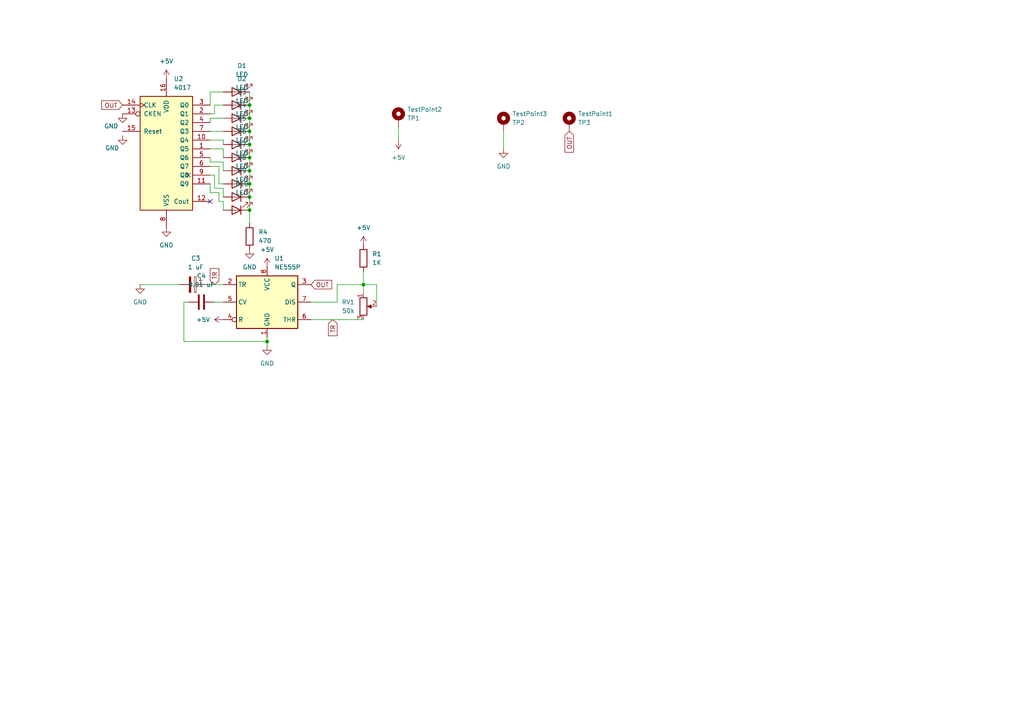
<source format=kicad_sch>
(kicad_sch (version 20250114) (generator "eeschema") (generator_version "9.0")
  (paper "A4")
  (lib_symbols
    (symbol "4xxx:4017" (pin_names (offset 1.016))
      (property "Reference" "U" (at -7.62 16.51 0))
      (property "Value" "4017" (at -7.62 -19.05 0))
      (symbol "4017_1_0"
        (pin input clock (at -12.7 12.7 0) (length 5.08) (name "CLK") (number "14"))
        (pin input inverted (at -12.7 10.16 0) (length 5.08) (name "CKEN") (number "13"))
        (pin input line (at -12.7 5.08 0) (length 5.08) (name "Reset") (number "15"))
        (pin power_in line (at 0 20.32 270) (length 5.08) (name "VDD") (number "16"))
        (pin power_in line (at 0 -22.86 90) (length 5.08) (name "VSS") (number "8"))
        (pin output line (at 12.7 12.7 180) (length 5.08) (name "Q0") (number "3"))
        (pin output line (at 12.7 10.16 180) (length 5.08) (name "Q1") (number "2"))
        (pin output line (at 12.7 7.62 180) (length 5.08) (name "Q2") (number "4"))
        (pin output line (at 12.7 5.08 180) (length 5.08) (name "Q3") (number "7"))
        (pin output line (at 12.7 2.54 180) (length 5.08) (name "Q4") (number "10"))
        (pin output line (at 12.7 0 180) (length 5.08) (name "Q5") (number "1"))
        (pin output line (at 12.7 -2.54 180) (length 5.08) (name "Q6") (number "5"))
        (pin output line (at 12.7 -5.08 180) (length 5.08) (name "Q7") (number "6"))
        (pin output line (at 12.7 -7.62 180) (length 5.08) (name "Q8") (number "9"))
        (pin output line (at 12.7 -10.16 180) (length 5.08) (name "Q9") (number "11"))
        (pin output line (at 12.7 -15.24 180) (length 5.08) (name "Cout") (number "12"))
      )
      (symbol "4017_1_1"
        (rectangle (start -7.62 15.24) (end 7.62 -17.78) (stroke (width 0.254)) (fill (type background)))
      )
    )
    (symbol "Device:C" (pin_numbers (hide yes)) (pin_names (offset 0.254))
      (property "Reference" "C" (at 0.635 2.54 0))
      (property "Value" "C" (at 0.635 -2.54 0))
      (symbol "C_0_1"
        (polyline (pts (xy -2.032 0.762) (xy 2.032 0.762)) (stroke (width 0.508)))
        (polyline (pts (xy -2.032 -0.762) (xy 2.032 -0.762)) (stroke (width 0.508)))
      )
      (symbol "C_1_1"
        (pin passive line (at 0 3.81 270) (length 2.794) (name "~") (number "1"))
        (pin passive line (at 0 -3.81 90) (length 2.794) (name "~") (number "2"))
      )
    )
    (symbol "Device:C_Polarized" (pin_numbers (hide yes)) (pin_names (offset 0.254))
      (property "Reference" "C" (at 0.635 2.54 0))
      (property "Value" "C_Polarized" (at 0.635 -2.54 0))
      (symbol "C_Polarized_0_1"
        (rectangle (start -2.286 0.508) (end 2.286 1.016))
        (polyline (pts (xy -1.778 2.286) (xy -0.762 2.286)))
        (polyline (pts (xy -1.27 2.794) (xy -1.27 1.778)))
        (rectangle (start 2.286 -0.508) (end -2.286 -1.016) (fill (type outline)))
      )
      (symbol "C_Polarized_1_1"
        (pin passive line (at 0 3.81 270) (length 2.794) (name "~") (number "1"))
        (pin passive line (at 0 -3.81 90) (length 2.794) (name "~") (number "2"))
      )
    )
    (symbol "Device:LED" (pin_numbers (hide yes)) (pin_names (offset 1.016) (hide yes))
      (property "Reference" "D" (at 0 2.54 0))
      (property "Value" "LED" (at 0 -2.54 0))
      (symbol "LED_0_1"
        (polyline (pts (xy -3.048 -0.762) (xy -4.572 -2.286) (xy -3.81 -2.286) (xy -4.572 -2.286) (xy -4.572 -1.524)))
        (polyline (pts (xy -1.778 -0.762) (xy -3.302 -2.286) (xy -2.54 -2.286) (xy -3.302 -2.286) (xy -3.302 -1.524)))
        (polyline (pts (xy -1.27 0) (xy 1.27 0)))
        (polyline (pts (xy -1.27 -1.27) (xy -1.27 1.27)) (stroke (width 0.254)))
        (polyline (pts (xy 1.27 -1.27) (xy 1.27 1.27) (xy -1.27 0) (xy 1.27 -1.27)) (stroke (width 0.254)))
      )
      (symbol "LED_1_1"
        (pin passive line (at -3.81 0 0) (length 2.54) (name "K") (number "1"))
        (pin passive line (at 3.81 0 180) (length 2.54) (name "A") (number "2"))
      )
    )
    (symbol "Device:R" (pin_numbers (hide yes)) (pin_names (offset 0))
      (property "Reference" "R" (at 2.032 0 90))
      (property "Value" "R" (at 0 0 90))
      (symbol "R_0_1"
        (rectangle (start -1.016 -2.54) (end 1.016 2.54) (stroke (width 0.254)))
      )
      (symbol "R_1_1"
        (pin passive line (at 0 3.81 270) (length 1.27) (name "~") (number "1"))
        (pin passive line (at 0 -3.81 90) (length 1.27) (name "~") (number "2"))
      )
    )
    (symbol "Device:R_Potentiometer" (pin_names (offset 1.016) (hide yes))
      (property "Reference" "RV" (at -4.445 0 90))
      (property "Value" "R_Potentiometer" (at -2.54 0 90))
      (symbol "R_Potentiometer_0_1"
        (rectangle (start 1.016 2.54) (end -1.016 -2.54) (stroke (width 0.254)))
        (polyline (pts (xy 1.143 0) (xy 2.286 0.508) (xy 2.286 -0.508) (xy 1.143 0)) (fill (type outline)))
        (polyline (pts (xy 2.54 0) (xy 1.524 0)))
      )
      (symbol "R_Potentiometer_1_1"
        (pin passive line (at 0 3.81 270) (length 1.27) (name "1") (number "1"))
        (pin passive line (at 0 -3.81 90) (length 1.27) (name "3") (number "3"))
        (pin passive line (at 3.81 0 180) (length 1.27) (name "2") (number "2"))
      )
    )
    (symbol "Mechanical:MountingHole_Pad" (pin_numbers (hide yes)) (pin_names (offset 1.016) (hide yes)) (in_bom no)
      (property "Reference" "H" (at 0 6.35 0))
      (property "Value" "MountingHole_Pad" (at 0 4.445 0))
      (symbol "MountingHole_Pad_0_1"
        (circle (center 0 1.27) (radius 1.27) (stroke (width 1.27)))
      )
      (symbol "MountingHole_Pad_1_1"
        (pin input line (at 0 -2.54 90) (length 2.54) (name "1") (number "1"))
      )
    )
    (symbol "Timer:NE555P"
      (property "Reference" "U" (at -10.16 8.89 0))
      (property "Value" "NE555P" (at 2.54 8.89 0))
      (symbol "NE555P_0_0"
        (pin power_in line (at 0 10.16 270) (length 2.54) (name "VCC") (number "8"))
        (pin power_in line (at 0 -10.16 90) (length 2.54) (name "GND") (number "1"))
      )
      (symbol "NE555P_0_1"
        (rectangle (start -8.89 -7.62) (end 8.89 7.62) (stroke (width 0.254)) (fill (type background)))
        (rectangle (start -8.89 -7.62) (end 8.89 7.62) (stroke (width 0.254)) (fill (type background)))
      )
      (symbol "NE555P_1_1"
        (pin input line (at -12.7 5.08 0) (length 3.81) (name "TR") (number "2"))
        (pin input line (at -12.7 0 0) (length 3.81) (name "CV") (number "5"))
        (pin input inverted (at -12.7 -5.08 0) (length 3.81) (name "R") (number "4"))
        (pin output line (at 12.7 5.08 180) (length 3.81) (name "Q") (number "3"))
        (pin input line (at 12.7 0 180) (length 3.81) (name "DIS") (number "7"))
        (pin input line (at 12.7 -5.08 180) (length 3.81) (name "THR") (number "6"))
      )
    )
    (symbol "power:+5V" (power) (pin_numbers (hide yes)) (pin_names (offset 0) (hide yes))
      (property "Value" "+5V" (at 0 3.556 0))
      (symbol "+5V_0_1"
        (polyline (pts (xy -0.762 1.27) (xy 0 2.54)))
        (polyline (pts (xy 0 2.54) (xy 0.762 1.27)))
        (polyline (pts (xy 0 0) (xy 0 2.54)))
      )
      (symbol "+5V_1_1"
        (pin power_in line (at 0 0 90) (length 0) (name "~") (number "1"))
      )
    )
    (symbol "power:GND" (power) (pin_numbers (hide yes)) (pin_names (offset 0) (hide yes))
      (property "Value" "GND" (at 0 -3.81 0))
      (symbol "GND_0_1"
        (polyline (pts (xy 0 0) (xy 0 -1.27) (xy 1.27 -1.27) (xy 0 -2.54) (xy -1.27 -1.27) (xy 0 -1.27)))
      )
      (symbol "GND_1_1"
        (pin power_in line (at 0 0 270) (length 0) (name "~") (number "1"))
      )
    )
  )
  (junction (at 72.39 60.96))
  (junction (at 72.39 57.15))
  (junction (at 72.39 34.29))
  (junction (at 77.47 99.06))
  (junction (at 72.39 49.53))
  (junction (at 72.39 45.72))
  (junction (at 105.41 82.55))
  (junction (at 72.39 41.91))
  (junction (at 72.39 38.1))
  (junction (at 72.39 30.48))
  (junction (at 72.39 53.34))
  (no_connect (at 54.61 50.8))
  (no_connect (at 60.96 58.42))
  (wire (pts (xy 64.77 53.34) (xy 63.5 53.34)))
  (wire (pts (xy 72.39 26.67) (xy 72.39 30.48)))
  (wire (pts (xy 64.77 58.42) (xy 63.5 58.42)))
  (wire (pts (xy 72.39 60.96) (xy 72.39 64.77)))
  (wire (pts (xy 105.41 82.55) (xy 109.22 82.55)))
  (wire (pts (xy 64.77 54.61) (xy 62.23 54.61)))
  (wire (pts (xy 60.96 26.67) (xy 60.96 30.48)))
  (wire (pts (xy 64.77 60.96) (xy 64.77 58.42)))
  (wire (pts (xy 63.5 55.88) (xy 60.96 55.88)))
  (wire (pts (xy 53.34 87.63) (xy 53.34 99.06)))
  (wire (pts (xy 64.77 30.48) (xy 62.23 30.48)))
  (wire (pts (xy 64.77 43.18) (xy 60.96 43.18)))
  (wire (pts (xy 60.96 34.29) (xy 60.96 35.56)))
  (wire (pts (xy 62.23 33.02) (xy 60.96 33.02)))
  (wire (pts (xy 105.41 78.74) (xy 105.41 82.55)))
  (wire (pts (xy 64.77 34.29) (xy 60.96 34.29)))
  (wire (pts (xy 72.39 38.1) (xy 72.39 41.91)))
  (wire (pts (xy 90.17 87.63) (xy 97.79 87.63)))
  (wire (pts (xy 63.5 58.42) (xy 63.5 55.88)))
  (wire (pts (xy 64.77 49.53) (xy 64.77 46.99)))
  (wire (pts (xy 97.79 87.63) (xy 97.79 82.55)))
  (wire (pts (xy 77.47 99.06) (xy 77.47 100.33)))
  (wire (pts (xy 64.77 41.91) (xy 64.77 40.64)))
  (wire (pts (xy 109.22 82.55) (xy 109.22 88.9)))
  (wire (pts (xy 63.5 48.26) (xy 60.96 48.26)))
  (wire (pts (xy 40.64 82.55) (xy 52.07 82.55)))
  (wire (pts (xy 90.17 92.71) (xy 105.41 92.71)))
  (wire (pts (xy 64.77 87.63) (xy 62.23 87.63)))
  (wire (pts (xy 64.77 46.99) (xy 60.96 46.99)))
  (wire (pts (xy 62.23 30.48) (xy 62.23 33.02)))
  (wire (pts (xy 72.39 45.72) (xy 72.39 49.53)))
  (wire (pts (xy 54.61 87.63) (xy 53.34 87.63)))
  (wire (pts (xy 64.77 40.64) (xy 60.96 40.64)))
  (wire (pts (xy 146.05 38.1) (xy 146.05 43.18)))
  (wire (pts (xy 62.23 50.8) (xy 60.96 50.8)))
  (wire (pts (xy 64.77 57.15) (xy 64.77 54.61)))
  (wire (pts (xy 59.69 82.55) (xy 64.77 82.55)))
  (wire (pts (xy 60.96 38.1) (xy 64.77 38.1)))
  (wire (pts (xy 72.39 53.34) (xy 72.39 57.15)))
  (wire (pts (xy 62.23 54.61) (xy 62.23 50.8)))
  (wire (pts (xy 115.57 36.83) (xy 115.57 40.64)))
  (wire (pts (xy 63.5 53.34) (xy 63.5 48.26)))
  (wire (pts (xy 72.39 49.53) (xy 72.39 53.34)))
  (wire (pts (xy 97.79 82.55) (xy 105.41 82.55)))
  (wire (pts (xy 64.77 26.67) (xy 60.96 26.67)))
  (wire (pts (xy 72.39 57.15) (xy 72.39 60.96)))
  (wire (pts (xy 53.34 99.06) (xy 77.47 99.06)))
  (wire (pts (xy 72.39 34.29) (xy 72.39 38.1)))
  (wire (pts (xy 60.96 46.99) (xy 60.96 45.72)))
  (wire (pts (xy 105.41 82.55) (xy 105.41 85.09)))
  (wire (pts (xy 72.39 41.91) (xy 72.39 45.72)))
  (wire (pts (xy 72.39 30.48) (xy 72.39 34.29)))
  (wire (pts (xy 64.77 45.72) (xy 64.77 43.18)))
  (wire (pts (xy 60.96 53.34) (xy 60.96 55.88)))
  (wire (pts (xy 77.47 97.79) (xy 77.47 99.06)))
  (global_label "TR" (shape input) (at 96.52 92.71 270) (property "Intersheetrefs" "${INTERSHEET_REFS}" (effects (hide yes))))
  (global_label "OUT" (shape input) (at 165.1 38.1 270) (property "Intersheetrefs" "${INTERSHEET_REFS}" (effects (hide yes))))
  (global_label "TR" (shape input) (at 62.23 82.55 90) (property "Intersheetrefs" "${INTERSHEET_REFS}" (effects (hide yes))))
  (global_label "OUT" (shape input) (at 35.56 30.48 180) (property "Intersheetrefs" "${INTERSHEET_REFS}" (effects (hide yes))))
  (global_label "OUT" (shape input) (at 90.17 82.55 0) (property "Intersheetrefs" "${INTERSHEET_REFS}" (effects (hide yes))))
  (symbol (lib_id "Device:LED") (at 68.58 53.34 180) (unit 1)
    (property "Reference" "D8" (at 70.1675 45.72 0))
    (property "Value" "LED" (at 70.1675 48.26 0))
    (property "Footprint" "LED_THT:LED_D3.0mm" (effects (hide yes)))
    (property "Description" "Light emitting diode" (effects (hide yes)))
    (property "Sim.Pins" "1=K 2=A" (effects (hide yes)))
  )
  (symbol (lib_id "power:GND") (at 35.56 33.02 0) (unit 1)
    (property "Reference" "#PWR09" (effects (hide yes)))
    (property "Value" "GND" (at 32.258 36.576 0))
    (property "Description" "Power symbol creates a global label with name \"GND\" , ground" (effects (hide yes)))
  )
  (symbol (lib_id "4xxx:4017") (at 48.26 43.18 0) (unit 1)
    (property "Reference" "U2" (at 50.4033 22.86 0) (effects (justify left)))
    (property "Value" "4017" (at 50.4033 25.4 0) (effects (justify left)))
    (property "Footprint" "footprints:N16" (effects (hide yes)))
    (property "Datasheet" "http://www.intersil.com/content/dam/Intersil/documents/cd40/cd4017bms-22bms.pdf" (effects (hide yes)))
    (property "Description" "Johnson Counter ( 10 outputs )" (effects (hide yes)))
  )
  (symbol (lib_id "Device:R") (at 72.39 68.58 0) (unit 1)
    (property "Reference" "R4" (at 74.93 67.3099 0) (effects (justify left)))
    (property "Value" "470" (at 74.93 69.8499 0) (effects (justify left)))
    (property "Footprint" "Resistor_THT:R_Axial_DIN0207_L6.3mm_D2.5mm_P7.62mm_Horizontal" (effects (hide yes)))
    (property "Description" "Resistor" (effects (hide yes)))
  )
  (symbol (lib_id "Mechanical:MountingHole_Pad") (at 146.05 35.56 0) (unit 1) (in_bom no)
    (property "Reference" "TestPoint3" (at 148.59 33.0199 0) (effects (justify left)))
    (property "Value" "TP2" (at 148.59 35.5599 0) (effects (justify left)))
    (property "Footprint" "Connector_PinSocket_2.54mm:PinSocket_1x01_P2.54mm_Vertical" (effects (hide yes)))
    (property "Description" "Mounting Hole with connection" (effects (hide yes)))
  )
  (symbol (lib_id "power:GND") (at 48.26 66.04 0) (unit 1)
    (property "Reference" "#PWR08" (effects (hide yes)))
    (property "Value" "GND" (at 48.26 71.12 0))
    (property "Description" "Power symbol creates a global label with name \"GND\" , ground" (effects (hide yes)))
  )
  (symbol (lib_id "power:GND") (at 146.05 43.18 0) (unit 1)
    (property "Reference" "#PWR02" (effects (hide yes)))
    (property "Value" "GND" (at 146.05 48.26 0))
    (property "Description" "Power symbol creates a global label with name \"GND\" , ground" (effects (hide yes)))
  )
  (symbol (lib_id "Device:C_Polarized") (at 55.88 82.55 270) (unit 1)
    (property "Reference" "C3" (at 56.769 74.93 90))
    (property "Value" "1 uF" (at 56.769 77.47 90))
    (property "Footprint" "Capacitor_THT:CP_Radial_D5.0mm_P2.00mm" (effects (hide yes)))
    (property "Description" "Polarized capacitor" (effects (hide yes)))
  )
  (symbol (lib_id "Device:LED") (at 68.58 41.91 180) (unit 1)
    (property "Reference" "D5" (at 70.1675 34.29 0))
    (property "Value" "LED" (at 70.1675 36.83 0))
    (property "Footprint" "LED_THT:LED_D3.0mm" (effects (hide yes)))
    (property "Description" "Light emitting diode" (effects (hide yes)))
    (property "Sim.Pins" "1=K 2=A" (effects (hide yes)))
  )
  (symbol (lib_id "Device:LED") (at 68.58 34.29 180) (unit 1)
    (property "Reference" "D3" (at 70.1675 26.67 0))
    (property "Value" "LED" (at 70.1675 29.21 0))
    (property "Footprint" "LED_THT:LED_D3.0mm" (effects (hide yes)))
    (property "Description" "Light emitting diode" (effects (hide yes)))
    (property "Sim.Pins" "1=K 2=A" (effects (hide yes)))
  )
  (symbol (lib_id "Device:LED") (at 68.58 38.1 180) (unit 1)
    (property "Reference" "D4" (at 70.1675 30.48 0))
    (property "Value" "LED" (at 70.1675 33.02 0))
    (property "Footprint" "LED_THT:LED_D3.0mm" (effects (hide yes)))
    (property "Description" "Light emitting diode" (effects (hide yes)))
    (property "Sim.Pins" "1=K 2=A" (effects (hide yes)))
  )
  (symbol (lib_id "Device:LED") (at 68.58 60.96 180) (unit 1)
    (property "Reference" "D10" (at 70.1675 53.34 0))
    (property "Value" "LED" (at 70.1675 55.88 0))
    (property "Footprint" "LED_THT:LED_D3.0mm" (effects (hide yes)))
    (property "Description" "Light emitting diode" (effects (hide yes)))
    (property "Sim.Pins" "1=K 2=A" (effects (hide yes)))
  )
  (symbol (lib_id "Device:LED") (at 68.58 49.53 180) (unit 1)
    (property "Reference" "D7" (at 70.1675 41.91 0))
    (property "Value" "LED" (at 70.1675 44.45 0))
    (property "Footprint" "LED_THT:LED_D3.0mm" (effects (hide yes)))
    (property "Description" "Light emitting diode" (effects (hide yes)))
    (property "Sim.Pins" "1=K 2=A" (effects (hide yes)))
  )
  (symbol (lib_id "power:GND") (at 40.64 82.55 0) (unit 1)
    (property "Reference" "#PWR012" (effects (hide yes)))
    (property "Value" "GND" (at 40.64 87.63 0))
    (property "Description" "Power symbol creates a global label with name \"GND\" , ground" (effects (hide yes)))
  )
  (symbol (lib_id "Device:LED") (at 68.58 26.67 180) (unit 1)
    (property "Reference" "D1" (at 70.1675 19.05 0))
    (property "Value" "LED" (at 70.1675 21.59 0))
    (property "Footprint" "LED_THT:LED_D3.0mm" (effects (hide yes)))
    (property "Description" "Light emitting diode" (effects (hide yes)))
    (property "Sim.Pins" "1=K 2=A" (effects (hide yes)))
  )
  (symbol (lib_id "Device:LED") (at 68.58 45.72 180) (unit 1)
    (property "Reference" "D6" (at 70.1675 38.1 0))
    (property "Value" "LED" (at 70.1675 40.64 0))
    (property "Footprint" "LED_THT:LED_D3.0mm" (effects (hide yes)))
    (property "Description" "Light emitting diode" (effects (hide yes)))
    (property "Sim.Pins" "1=K 2=A" (effects (hide yes)))
  )
  (symbol (lib_id "power:+5V") (at 105.41 71.12 0) (unit 1)
    (property "Reference" "#PWR04" (effects (hide yes)))
    (property "Value" "+5V" (at 105.41 66.04 0))
    (property "Description" "Power symbol creates a global label with name \"+5V\"" (effects (hide yes)))
  )
  (symbol (lib_id "Device:LED") (at 68.58 30.48 180) (unit 1)
    (property "Reference" "D2" (at 70.1675 22.86 0))
    (property "Value" "LED" (at 70.1675 25.4 0))
    (property "Footprint" "LED_THT:LED_D3.0mm" (effects (hide yes)))
    (property "Description" "Light emitting diode" (effects (hide yes)))
    (property "Sim.Pins" "1=K 2=A" (effects (hide yes)))
  )
  (symbol (lib_id "power:+5V") (at 64.77 92.71 90) (unit 1)
    (property "Reference" "#PWR06" (effects (hide yes)))
    (property "Value" "+5V" (at 60.96 92.7099 90) (effects (justify left)))
    (property "Description" "Power symbol creates a global label with name \"+5V\"" (effects (hide yes)))
  )
  (symbol (lib_id "Timer:NE555P") (at 77.47 87.63 0) (unit 1)
    (property "Reference" "U1" (at 79.6133 74.93 0) (effects (justify left)))
    (property "Value" "NE555P" (at 79.6133 77.47 0) (effects (justify left)))
    (property "Footprint" "Package_DIP:DIP-8_W7.62mm" (effects (hide yes)))
    (property "Datasheet" "http://www.ti.com/lit/ds/symlink/ne555.pdf" (effects (hide yes)))
    (property "Description" "Precision Timers, 555 compatible,  PDIP-8" (effects (hide yes)))
  )
  (symbol (lib_id "Device:LED") (at 68.58 57.15 180) (unit 1)
    (property "Reference" "D9" (at 70.1675 49.53 0))
    (property "Value" "LED" (at 70.1675 52.07 0))
    (property "Footprint" "LED_THT:LED_D3.0mm" (effects (hide yes)))
    (property "Description" "Light emitting diode" (effects (hide yes)))
    (property "Sim.Pins" "1=K 2=A" (effects (hide yes)))
  )
  (symbol (lib_id "power:+5V") (at 48.26 22.86 0) (unit 1)
    (property "Reference" "#PWR07" (effects (hide yes)))
    (property "Value" "+5V" (at 48.26 17.78 0))
    (property "Description" "Power symbol creates a global label with name \"+5V\"" (effects (hide yes)))
  )
  (symbol (lib_id "power:GND") (at 35.56 39.37 0) (unit 1)
    (property "Reference" "#PWR010" (effects (hide yes)))
    (property "Value" "GND" (at 32.512 42.926 0))
    (property "Description" "Power symbol creates a global label with name \"GND\" , ground" (effects (hide yes)))
  )
  (symbol (lib_id "Device:C") (at 58.42 87.63 90) (unit 1)
    (property "Reference" "C4" (at 58.42 80.01 90))
    (property "Value" "0.01 uF" (at 58.42 82.55 90))
    (property "Footprint" "Capacitor_THT:CP_Radial_D5.0mm_P2.00mm" (effects (hide yes)))
    (property "Description" "Unpolarized capacitor" (effects (hide yes)))
  )
  (symbol (lib_id "power:+5V") (at 77.47 77.47 0) (unit 1)
    (property "Reference" "#PWR03" (effects (hide yes)))
    (property "Value" "+5V" (at 77.47 72.39 0))
    (property "Description" "Power symbol creates a global label with name \"+5V\"" (effects (hide yes)))
  )
  (symbol (lib_id "Mechanical:MountingHole_Pad") (at 115.57 34.29 0) (unit 1) (in_bom no)
    (property "Reference" "TestPoint2" (at 118.11 31.7499 0) (effects (justify left)))
    (property "Value" "TP1" (at 118.11 34.2899 0) (effects (justify left)))
    (property "Footprint" "Connector_PinSocket_2.54mm:PinSocket_1x01_P2.54mm_Vertical" (effects (hide yes)))
    (property "Description" "Mounting Hole with connection" (effects (hide yes)))
  )
  (symbol (lib_id "power:+5V") (at 115.57 40.64 180) (unit 1)
    (property "Reference" "#PWR01" (effects (hide yes)))
    (property "Value" "+5V" (at 115.57 45.72 0))
    (property "Description" "Power symbol creates a global label with name \"+5V\"" (effects (hide yes)))
  )
  (symbol (lib_id "power:GND") (at 72.39 72.39 0) (unit 1)
    (property "Reference" "#PWR011" (effects (hide yes)))
    (property "Value" "GND" (at 72.39 77.47 0))
    (property "Description" "Power symbol creates a global label with name \"GND\" , ground" (effects (hide yes)))
  )
  (symbol (lib_id "Device:R") (at 105.41 74.93 0) (unit 1)
    (property "Reference" "R1" (at 107.95 73.6599 0) (effects (justify left)))
    (property "Value" "1K" (at 107.95 76.1999 0) (effects (justify left)))
    (property "Footprint" "Resistor_THT:R_Axial_DIN0207_L6.3mm_D2.5mm_P7.62mm_Horizontal" (effects (hide yes)))
    (property "Description" "Resistor" (effects (hide yes)))
  )
  (symbol (lib_id "Mechanical:MountingHole_Pad") (at 165.1 35.56 0) (unit 1) (in_bom no)
    (property "Reference" "TestPoint1" (at 167.64 33.0199 0) (effects (justify left)))
    (property "Value" "TP3" (at 167.64 35.5599 0) (effects (justify left)))
    (property "Footprint" "Connector_PinSocket_2.54mm:PinSocket_1x01_P2.54mm_Vertical" (effects (hide yes)))
    (property "Description" "Mounting Hole with connection" (effects (hide yes)))
  )
  (symbol (lib_id "Device:R_Potentiometer") (at 105.41 88.9 0) (unit 1)
    (property "Reference" "RV1" (at 102.87 87.6299 0) (effects (justify right)))
    (property "Value" "50k" (at 102.87 90.1699 0) (effects (justify right)))
    (property "Footprint" "Potentiometer_THT:Potentiometer_ACP_CA6-H2,5_Horizontal" (effects (hide yes)))
    (property "Description" "Potentiometer" (effects (hide yes)))
  )
  (symbol (lib_id "power:GND") (at 77.47 100.33 0) (unit 1)
    (property "Reference" "#PWR05" (effects (hide yes)))
    (property "Value" "GND" (at 77.47 105.41 0))
    (property "Description" "Power symbol creates a global label with name \"GND\" , ground" (effects (hide yes)))
  )
)
</source>
